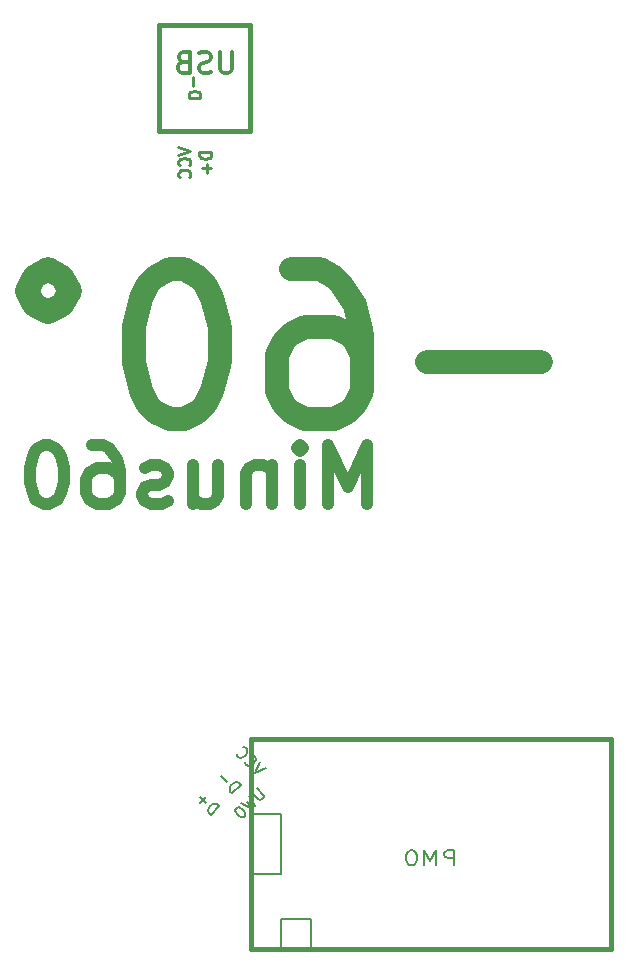
<source format=gbr>
G04 #@! TF.FileFunction,Legend,Bot*
%FSLAX46Y46*%
G04 Gerber Fmt 4.6, Leading zero omitted, Abs format (unit mm)*
G04 Created by KiCad (PCBNEW 4.0.2+dfsg1-stable) date zo 09 apr 2017 16:36:01 CEST*
%MOMM*%
G01*
G04 APERTURE LIST*
%ADD10C,0.100000*%
%ADD11C,0.250000*%
%ADD12C,1.000000*%
%ADD13C,2.000000*%
%ADD14C,0.150000*%
%ADD15C,0.381000*%
%ADD16C,0.203200*%
%ADD17C,0.304800*%
G04 APERTURE END LIST*
D10*
D11*
X147629619Y81161048D02*
X148629619Y81161048D01*
X148629619Y81399143D01*
X148582000Y81542001D01*
X148486762Y81637239D01*
X148391524Y81684858D01*
X148201048Y81732477D01*
X148058190Y81732477D01*
X147867714Y81684858D01*
X147772476Y81637239D01*
X147677238Y81542001D01*
X147629619Y81399143D01*
X147629619Y81161048D01*
X148010571Y82161048D02*
X148010571Y82922953D01*
X146772381Y77025333D02*
X147772381Y76692000D01*
X146772381Y76358666D01*
X147677143Y75453904D02*
X147724762Y75501523D01*
X147772381Y75644380D01*
X147772381Y75739618D01*
X147724762Y75882476D01*
X147629524Y75977714D01*
X147534286Y76025333D01*
X147343810Y76072952D01*
X147200952Y76072952D01*
X147010476Y76025333D01*
X146915238Y75977714D01*
X146820000Y75882476D01*
X146772381Y75739618D01*
X146772381Y75644380D01*
X146820000Y75501523D01*
X146867619Y75453904D01*
X147677143Y74453904D02*
X147724762Y74501523D01*
X147772381Y74644380D01*
X147772381Y74739618D01*
X147724762Y74882476D01*
X147629524Y74977714D01*
X147534286Y75025333D01*
X147343810Y75072952D01*
X147200952Y75072952D01*
X147010476Y75025333D01*
X146915238Y74977714D01*
X146820000Y74882476D01*
X146772381Y74739618D01*
X146772381Y74644380D01*
X146820000Y74501523D01*
X146867619Y74453904D01*
X149550381Y76572952D02*
X148550381Y76572952D01*
X148550381Y76334857D01*
X148598000Y76191999D01*
X148693238Y76096761D01*
X148788476Y76049142D01*
X148978952Y76001523D01*
X149121810Y76001523D01*
X149312286Y76049142D01*
X149407524Y76096761D01*
X149502762Y76191999D01*
X149550381Y76334857D01*
X149550381Y76572952D01*
X149169429Y75572952D02*
X149169429Y74811047D01*
X149550381Y75191999D02*
X148788476Y75191999D01*
D12*
X162756667Y46760095D02*
X162756667Y51760095D01*
X161090000Y48188667D01*
X159423333Y51760095D01*
X159423333Y46760095D01*
X157042381Y46760095D02*
X157042381Y50093429D01*
X157042381Y51760095D02*
X157280476Y51522000D01*
X157042381Y51283905D01*
X156804286Y51522000D01*
X157042381Y51760095D01*
X157042381Y51283905D01*
X154661429Y50093429D02*
X154661429Y46760095D01*
X154661429Y49617238D02*
X154423334Y49855333D01*
X153947143Y50093429D01*
X153232857Y50093429D01*
X152756667Y49855333D01*
X152518572Y49379143D01*
X152518572Y46760095D01*
X147994762Y50093429D02*
X147994762Y46760095D01*
X150137619Y50093429D02*
X150137619Y47474381D01*
X149899524Y46998190D01*
X149423333Y46760095D01*
X148709047Y46760095D01*
X148232857Y46998190D01*
X147994762Y47236286D01*
X145851904Y46998190D02*
X145375714Y46760095D01*
X144423333Y46760095D01*
X143947142Y46998190D01*
X143709047Y47474381D01*
X143709047Y47712476D01*
X143947142Y48188667D01*
X144423333Y48426762D01*
X145137618Y48426762D01*
X145613809Y48664857D01*
X145851904Y49141048D01*
X145851904Y49379143D01*
X145613809Y49855333D01*
X145137618Y50093429D01*
X144423333Y50093429D01*
X143947142Y49855333D01*
X139423333Y51760095D02*
X140375714Y51760095D01*
X140851904Y51522000D01*
X141089999Y51283905D01*
X141566190Y50569619D01*
X141804285Y49617238D01*
X141804285Y47712476D01*
X141566190Y47236286D01*
X141328095Y46998190D01*
X140851904Y46760095D01*
X139899523Y46760095D01*
X139423333Y46998190D01*
X139185237Y47236286D01*
X138947142Y47712476D01*
X138947142Y48902952D01*
X139185237Y49379143D01*
X139423333Y49617238D01*
X139899523Y49855333D01*
X140851904Y49855333D01*
X141328095Y49617238D01*
X141566190Y49379143D01*
X141804285Y48902952D01*
X135851904Y51760095D02*
X135375713Y51760095D01*
X134899523Y51522000D01*
X134661428Y51283905D01*
X134423332Y50807714D01*
X134185237Y49855333D01*
X134185237Y48664857D01*
X134423332Y47712476D01*
X134661428Y47236286D01*
X134899523Y46998190D01*
X135375713Y46760095D01*
X135851904Y46760095D01*
X136328094Y46998190D01*
X136566190Y47236286D01*
X136804285Y47712476D01*
X137042380Y48664857D01*
X137042380Y49855333D01*
X136804285Y50807714D01*
X136566190Y51283905D01*
X136328094Y51522000D01*
X135851904Y51760095D01*
D13*
X177473428Y58782857D02*
X167797238Y58782857D01*
X156306761Y66644762D02*
X158725809Y66644762D01*
X159935333Y66040000D01*
X160540095Y65435238D01*
X161749618Y63620952D01*
X162354380Y61201905D01*
X162354380Y56363810D01*
X161749618Y55154286D01*
X161144857Y54549524D01*
X159935333Y53944762D01*
X157516285Y53944762D01*
X156306761Y54549524D01*
X155701999Y55154286D01*
X155097238Y56363810D01*
X155097238Y59387619D01*
X155701999Y60597143D01*
X156306761Y61201905D01*
X157516285Y61806667D01*
X159935333Y61806667D01*
X161144857Y61201905D01*
X161749618Y60597143D01*
X162354380Y59387619D01*
X147235333Y66644762D02*
X146025809Y66644762D01*
X144816285Y66040000D01*
X144211523Y65435238D01*
X143606761Y64225714D01*
X143002000Y61806667D01*
X143002000Y58782857D01*
X143606761Y56363810D01*
X144211523Y55154286D01*
X144816285Y54549524D01*
X146025809Y53944762D01*
X147235333Y53944762D01*
X148444857Y54549524D01*
X149049619Y55154286D01*
X149654380Y56363810D01*
X150259142Y58782857D01*
X150259142Y61806667D01*
X149654380Y64225714D01*
X149049619Y65435238D01*
X148444857Y66040000D01*
X147235333Y66644762D01*
X135744857Y66644762D02*
X136954381Y66040000D01*
X137559142Y64830476D01*
X136954381Y63620952D01*
X135744857Y63016190D01*
X134535333Y63620952D01*
X133930571Y64830476D01*
X134535333Y66040000D01*
X135744857Y66644762D01*
D14*
X152908000Y15494000D02*
X155448000Y15494000D01*
X155448000Y15494000D02*
X155448000Y20574000D01*
X155448000Y20574000D02*
X152908000Y20574000D01*
X152908000Y20574000D02*
X152908000Y15494000D01*
X155448000Y9144000D02*
X155448000Y11684000D01*
X155448000Y11684000D02*
X157988000Y11684000D01*
X157988000Y11684000D02*
X157988000Y9144000D01*
D15*
X152908000Y9144000D02*
X152908000Y26924000D01*
X152908000Y26924000D02*
X183388000Y26924000D01*
X183388000Y26924000D02*
X183388000Y9144000D01*
X183388000Y9144000D02*
X152908000Y9144000D01*
X145120360Y87342980D02*
X145120360Y78343760D01*
X145120360Y78343760D02*
X152821640Y78343760D01*
X152821640Y78343760D02*
X152821640Y87342980D01*
X152821640Y87342980D02*
X145120360Y87342980D01*
D16*
X170143714Y16189476D02*
X170143714Y17459476D01*
X169563142Y17459476D01*
X169418000Y17399000D01*
X169345428Y17338524D01*
X169272857Y17217571D01*
X169272857Y17036143D01*
X169345428Y16915190D01*
X169418000Y16854714D01*
X169563142Y16794238D01*
X170143714Y16794238D01*
X168619714Y16189476D02*
X168619714Y17459476D01*
X168111714Y16552333D01*
X167603714Y17459476D01*
X167603714Y16189476D01*
X166587714Y17459476D02*
X166442571Y17459476D01*
X166297428Y17399000D01*
X166224857Y17338524D01*
X166152286Y17217571D01*
X166079714Y16975667D01*
X166079714Y16673286D01*
X166152286Y16431381D01*
X166224857Y16310429D01*
X166297428Y16249952D01*
X166442571Y16189476D01*
X166587714Y16189476D01*
X166732857Y16249952D01*
X166805428Y16310429D01*
X166878000Y16431381D01*
X166950571Y16673286D01*
X166950571Y16975667D01*
X166878000Y17217571D01*
X166805428Y17338524D01*
X166732857Y17399000D01*
X166587714Y17459476D01*
D17*
X151341667Y85047667D02*
X151341667Y83608333D01*
X151257000Y83439000D01*
X151172333Y83354333D01*
X151003000Y83269667D01*
X150664333Y83269667D01*
X150495000Y83354333D01*
X150410333Y83439000D01*
X150325667Y83608333D01*
X150325667Y85047667D01*
X149563666Y83354333D02*
X149309666Y83269667D01*
X148886333Y83269667D01*
X148717000Y83354333D01*
X148632333Y83439000D01*
X148547666Y83608333D01*
X148547666Y83777667D01*
X148632333Y83947000D01*
X148717000Y84031667D01*
X148886333Y84116333D01*
X149225000Y84201000D01*
X149394333Y84285667D01*
X149479000Y84370333D01*
X149563666Y84539667D01*
X149563666Y84709000D01*
X149479000Y84878333D01*
X149394333Y84963000D01*
X149225000Y85047667D01*
X148801666Y85047667D01*
X148547666Y84963000D01*
X147193000Y84201000D02*
X146939000Y84116333D01*
X146854333Y84031667D01*
X146769667Y83862333D01*
X146769667Y83608333D01*
X146854333Y83439000D01*
X146939000Y83354333D01*
X147108333Y83269667D01*
X147785667Y83269667D01*
X147785667Y85047667D01*
X147193000Y85047667D01*
X147023667Y84963000D01*
X146939000Y84878333D01*
X146854333Y84709000D01*
X146854333Y84539667D01*
X146939000Y84370333D01*
X147023667Y84285667D01*
X147193000Y84201000D01*
X147785667Y84201000D01*
D14*
X153381712Y22747906D02*
X153954132Y22175486D01*
X153987803Y22074471D01*
X153987803Y22007127D01*
X153954132Y21906112D01*
X153819444Y21771425D01*
X153718429Y21737753D01*
X153651085Y21737753D01*
X153550070Y21771425D01*
X152977650Y22343845D01*
X152708277Y22074471D02*
X153247025Y21199005D01*
X152607261Y21569394D01*
X152977650Y20929631D01*
X152102185Y21468379D01*
X151698124Y21064319D02*
X151630780Y20996974D01*
X151597109Y20895959D01*
X151597109Y20828616D01*
X151630780Y20727601D01*
X151731795Y20559242D01*
X151900155Y20390883D01*
X152068513Y20289868D01*
X152169528Y20256196D01*
X152236872Y20256196D01*
X152337887Y20289868D01*
X152405231Y20357212D01*
X152438903Y20458227D01*
X152438903Y20525570D01*
X152405231Y20626586D01*
X152304216Y20794944D01*
X152135857Y20963303D01*
X151967498Y21064319D01*
X151866483Y21097990D01*
X151799140Y21097990D01*
X151698124Y21064319D01*
X154156162Y24454390D02*
X153213353Y23982986D01*
X153684757Y24925795D01*
X152405230Y24925795D02*
X152405230Y24858452D01*
X152472574Y24723765D01*
X152539917Y24656421D01*
X152674605Y24589077D01*
X152809292Y24589077D01*
X152910307Y24622749D01*
X153078666Y24723764D01*
X153179681Y24824780D01*
X153280697Y24993138D01*
X153314368Y25094154D01*
X153314368Y25228841D01*
X153247024Y25363528D01*
X153179681Y25430872D01*
X153044994Y25498215D01*
X152977650Y25498215D01*
X151698124Y25632902D02*
X151698124Y25565558D01*
X151765467Y25430872D01*
X151832811Y25363528D01*
X151967498Y25296184D01*
X152102185Y25296184D01*
X152203200Y25329856D01*
X152371559Y25430871D01*
X152472575Y25531887D01*
X152573590Y25700245D01*
X152607261Y25801260D01*
X152607261Y25935947D01*
X152539917Y26070635D01*
X152472574Y26137978D01*
X152337887Y26205322D01*
X152270544Y26205322D01*
X151333122Y22271114D02*
X152040229Y22978221D01*
X151871871Y23146580D01*
X151737183Y23213924D01*
X151602496Y23213924D01*
X151501481Y23180252D01*
X151333122Y23079237D01*
X151232107Y22978221D01*
X151131091Y22809862D01*
X151097420Y22708847D01*
X151097420Y22574160D01*
X151164764Y22439473D01*
X151333122Y22271114D01*
X150895389Y23247595D02*
X150356641Y23786343D01*
X149537071Y20475063D02*
X150244178Y21182170D01*
X150075820Y21350529D01*
X149941132Y21417873D01*
X149806445Y21417873D01*
X149705430Y21384201D01*
X149537071Y21283186D01*
X149436056Y21182170D01*
X149335040Y21013811D01*
X149301369Y20912796D01*
X149301369Y20778109D01*
X149368713Y20643422D01*
X149537071Y20475063D01*
X149099338Y21451544D02*
X148560590Y21990292D01*
X148560590Y21451544D02*
X149099338Y21990293D01*
M02*

</source>
